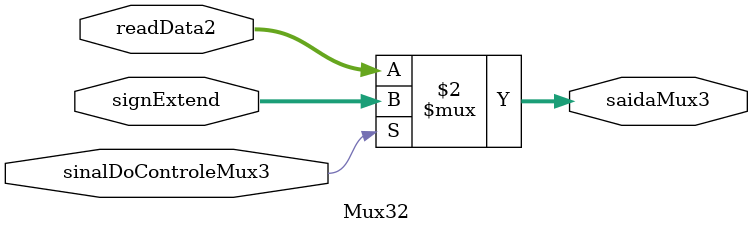
<source format=v>
module Mux32(readData2, signExtend, sinalDoControleMux3, saidaMux3);

input [31:0] readData2;
input [31:0] signExtend;
input [0:0] sinalDoControleMux3;

wire [31:0] readData2, signExtend;
wire [0:0] sinalDoControleMux3;


output [31:0] saidaMux3;
wire [31:0] saidaMux3;
//reg [32:0] saidaMux3;

assign saidaMux3 [31:0] = sinalDoControleMux3==0 ? readData2 : signExtend;

//always @(sinalDoControleMux3 or readData2 or signExtend)
	//begin
		//assign saidaMux3 [31:0] = sinalDoControleMux3==0 ? readData2 : signExtend;
		//saidaMux3 = sinalDoControleMux3==0 ? readData2 : signExtend;
	//end
endmodule



</source>
